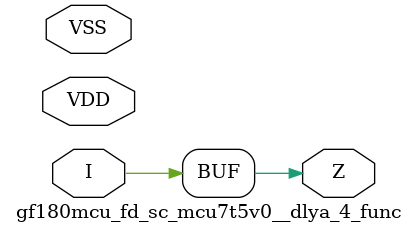
<source format=v>

module gf180mcu_fd_sc_mcu7t5v0__dlya_4_func( I, Z, VDD, VSS );
input I;
inout VDD, VSS;
output Z;

	buf MGM_BG_0( Z, I );

endmodule

</source>
